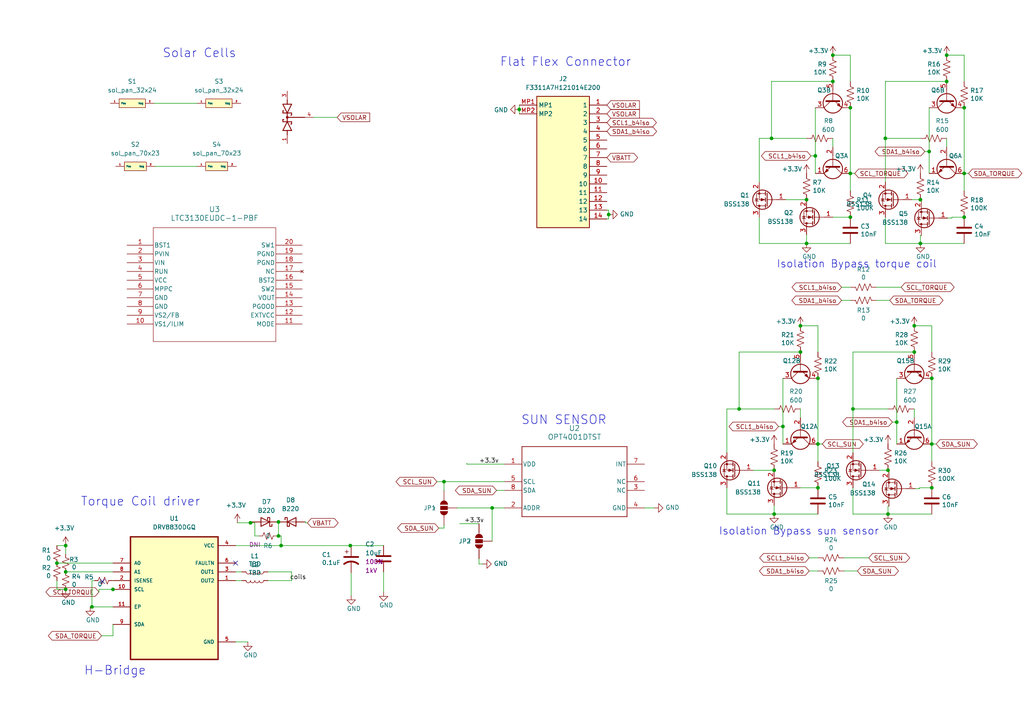
<source format=kicad_sch>
(kicad_sch (version 20230121) (generator eeschema)
  (paper "A4")
  (lib_symbols
    (symbol "BAT120C:BAT120C_115" (pin_names (offset 1.016))
      (property "Reference" "D" (at -5.08 5.08 0))
      (property "Value" "BAT120C_115" (at -5.08 2.54 0))
      (symbol "BAT120C_115_0_0"
        (pin passive line (at -7.62 0 0) (length 2.54) (name "~") (number "1"))
        (pin passive line (at 7.62 0 180) (length 2.54) (name "~") (number "3"))
        (pin passive line (at 0 -7.62 90) (length 2.54) (name "~") (number "4"))
      )
    )
    (symbol "DRV8830DGQ:DRV8830DGQ" (pin_names (offset 1.016))
      (property "Reference" "U" (at -12.7 18.78 0))
      (property "Value" "DRV8830DGQ" (at -12.7 -21.78 0))
      (symbol "DRV8830DGQ_0_0"
        (pin output line (at 17.78 5.08 180) (length 5.08) (name "OUT2") (number "1"))
        (pin input line (at -17.78 2.54 0) (length 5.08) (name "SCL") (number "10"))
        (pin bidirectional line (at -17.78 -2.54 0) (length 5.08) (name "EP") (number "11"))
        (pin input line (at -17.78 5.08 0) (length 5.08) (name "ISENSE") (number "2"))
        (pin output line (at 17.78 7.62 180) (length 5.08) (name "OUT1") (number "3"))
        (pin power_in line (at 17.78 15.24 180) (length 5.08) (name "VCC") (number "4"))
        (pin power_in line (at 17.78 -12.7 180) (length 5.08) (name "GND") (number "5"))
        (pin output line (at 17.78 10.16 180) (length 5.08) (name "FAULTN") (number "6"))
        (pin input line (at -17.78 10.16 0) (length 5.08) (name "A0") (number "7"))
        (pin input line (at -17.78 7.62 0) (length 5.08) (name "A1") (number "8"))
        (pin bidirectional line (at -17.78 -7.62 0) (length 5.08) (name "SDA") (number "9"))
      )
    )
    (symbol "Device:C" (pin_numbers hide) (pin_names (offset 0.254))
      (property "Reference" "C" (at 0.635 2.54 0))
      (property "Value" "C" (at 0.635 -2.54 0))
      (symbol "C_1_1"
        (pin passive line (at 0 3.81 270) (length 2.794) (name "~") (number "1"))
        (pin passive line (at 0 -3.81 90) (length 2.794) (name "~") (number "2"))
      )
    )
    (symbol "Device:L" (pin_numbers hide) (pin_names (offset 1.016) hide)
      (property "Reference" "L" (at -1.27 0 90))
      (property "Value" "L" (at 1.905 0 90))
      (symbol "L_1_1"
        (pin passive line (at 0 3.81 270) (length 1.27) (name "1") (number "1"))
        (pin passive line (at 0 -3.81 90) (length 1.27) (name "2") (number "2"))
      )
    )
    (symbol "Device:R_Small_US" (pin_numbers hide) (pin_names (offset 0.254) hide)
      (property "Reference" "R" (at 0.762 0.508 0))
      (property "Value" "R_Small_US" (at 0.762 -1.016 0))
      (symbol "R_Small_US_1_1"
        (pin passive line (at 0 2.54 270) (length 1.016) (name "~") (number "1"))
        (pin passive line (at 0 -2.54 90) (length 1.016) (name "~") (number "2"))
      )
    )
    (symbol "Device:R_US" (pin_numbers hide) (pin_names (offset 0))
      (property "Reference" "R" (at 2.54 0 90))
      (property "Value" "R_US" (at -2.54 0 90))
      (symbol "R_US_1_1"
        (pin passive line (at 0 3.81 270) (length 1.27) (name "~") (number "1"))
        (pin passive line (at 0 -3.81 90) (length 1.27) (name "~") (number "2"))
      )
    )
    (symbol "Diode:B220" (pin_numbers hide) (pin_names (offset 1.016) hide)
      (property "Reference" "D" (at 0 2.54 0))
      (property "Value" "B220" (at 0 -2.54 0))
      (symbol "B220_1_1"
        (pin passive line (at -3.81 0 0) (length 2.54) (name "K") (number "1"))
        (pin passive line (at 3.81 0 180) (length 2.54) (name "A") (number "2"))
      )
    )
    (symbol "F3311A7H121008E200:F3311A7H121014E200"
      (property "Reference" "J" (at 21.59 7.62 0))
      (property "Value" "F3311A7H121014E200" (at 21.59 5.08 0))
      (symbol "F3311A7H121014E200_1_1"
        (pin passive line (at 25.4 0 180) (length 5.08) (name "1") (number "1"))
        (pin passive line (at 25.4 -22.86 180) (length 5.08) (name "10") (number "10"))
        (pin passive line (at 25.4 -25.4 180) (length 5.08) (name "11") (number "11"))
        (pin passive line (at 25.4 -27.94 180) (length 5.08) (name "12") (number "12"))
        (pin passive line (at 25.4 -30.48 180) (length 5.08) (name "13") (number "13"))
        (pin passive line (at 25.4 -33.02 180) (length 5.08) (name "14") (number "14"))
        (pin passive line (at 25.4 -2.54 180) (length 5.08) (name "2") (number "2"))
        (pin passive line (at 25.4 -5.08 180) (length 5.08) (name "3") (number "3"))
        (pin passive line (at 25.4 -7.62 180) (length 5.08) (name "4") (number "4"))
        (pin passive line (at 25.4 -10.16 180) (length 5.08) (name "5") (number "5"))
        (pin passive line (at 25.4 -12.7 180) (length 5.08) (name "6") (number "6"))
        (pin passive line (at 25.4 -15.24 180) (length 5.08) (name "7") (number "7"))
        (pin passive line (at 25.4 -17.78 180) (length 5.08) (name "8") (number "8"))
        (pin passive line (at 25.4 -20.32 180) (length 5.08) (name "9") (number "9"))
        (pin passive line (at 0 0 0) (length 5.08) (name "MP1") (number "MP1"))
        (pin passive line (at 0 -2.54 0) (length 5.08) (name "MP2") (number "MP2"))
      )
    )
    (symbol "LTC3130:LTC3130EUDC-1-PBF" (pin_names (offset 0.254))
      (property "Reference" "U" (at 25.4 10.16 0))
      (property "Value" "LTC3130EUDC-1-PBF" (at 25.4 7.62 0))
      (symbol "LTC3130EUDC-1-PBF_0_1"
        (pin unspecified line (at 0 0 0) (length 7.62) (name "BST1") (number "1"))
        (pin bidirectional line (at 0 -22.86 0) (length 7.62) (name "VS1/ILIM") (number "10"))
        (pin unspecified line (at 50.8 -22.86 180) (length 7.62) (name "MODE") (number "11"))
        (pin input line (at 50.8 -20.32 180) (length 7.62) (name "EXTVCC") (number "12"))
        (pin output line (at 50.8 -17.78 180) (length 7.62) (name "PGOOD") (number "13"))
        (pin output line (at 50.8 -15.24 180) (length 7.62) (name "VOUT") (number "14"))
        (pin unspecified line (at 50.8 -12.7 180) (length 7.62) (name "SW2") (number "15"))
        (pin unspecified line (at 50.8 -10.16 180) (length 7.62) (name "BST2") (number "16"))
        (pin no_connect line (at 50.8 -7.62 180) (length 7.62) (name "NC") (number "17"))
        (pin power_out line (at 50.8 -5.08 180) (length 7.62) (name "PGND") (number "18"))
        (pin power_out line (at 50.8 -2.54 180) (length 7.62) (name "PGND") (number "19"))
        (pin input line (at 0 -2.54 0) (length 7.62) (name "PVIN") (number "2"))
        (pin unspecified line (at 50.8 0 180) (length 7.62) (name "SW1") (number "20"))
        (pin input line (at 0 -5.08 0) (length 7.62) (name "VIN") (number "3"))
        (pin input line (at 0 -7.62 0) (length 7.62) (name "RUN") (number "4"))
        (pin power_in line (at 0 -10.16 0) (length 7.62) (name "VCC") (number "5"))
        (pin unspecified line (at 0 -12.7 0) (length 7.62) (name "MPPC") (number "6"))
        (pin power_out line (at 0 -15.24 0) (length 7.62) (name "GND") (number "7"))
        (pin power_out line (at 0 -17.78 0) (length 7.62) (name "GND") (number "8"))
        (pin bidirectional line (at 0 -20.32 0) (length 7.62) (name "VS2/FB") (number "9"))
      )
    )
    (symbol "OPT4001DTST:OPT4001DTST" (pin_names (offset 0.254))
      (property "Reference" "U" (at 0 2.54 0))
      (property "Value" "OPT4001DTST" (at 0 0 0))
      (symbol "OPT4001DTST_0_1"
        (pin power_in line (at 0 0 0) (length 5.08) (name "VDD") (number "1"))
        (pin input line (at 0 -12.7 0) (length 5.08) (name "ADDR") (number "2"))
        (pin unspecified line (at 40.64 -7.62 180) (length 5.08) (name "NC") (number "3"))
        (pin power_in line (at 40.64 -12.7 180) (length 5.08) (name "GND") (number "4"))
        (pin input line (at 0 -5.08 0) (length 5.08) (name "SCL") (number "5"))
        (pin unspecified line (at 40.64 -5.08 180) (length 5.08) (name "NC") (number "6"))
        (pin open_collector line (at 40.64 0 180) (length 5.08) (name "INT") (number "7"))
        (pin bidirectional line (at 0 -7.62 0) (length 5.08) (name "SDA") (number "8"))
      )
    )
    (symbol "SparkFun-Capacitor:C_Polarized" (pin_numbers hide) (pin_names (offset 0.254) hide)
      (property "Reference" "C" (at 0.635 2.54 0))
      (property "Value" "C_Polarized" (at 0.635 -2.54 0))
      (property "Tolerance" "100%" (at 0 -10.16 0))
      (property "Voltage" "1kV" (at 0 -7.62 0))
      (symbol "C_Polarized_1_1"
        (pin passive line (at 0 3.81 270) (length 2.794) (name "~") (number "1"))
        (pin passive line (at 0 -3.81 90) (length 3.302) (name "~") (number "2"))
      )
    )
    (symbol "SparkFun-Jumper:SolderJumper_3_Open_No_Silk" (pin_numbers hide) (pin_names (offset 0) hide)
      (property "Reference" "JP" (at -2.54 -2.54 0))
      (property "Value" "~" (at 0 2.794 0))
      (symbol "SolderJumper_3_Open_No_Silk_1_1"
        (pin passive line (at -5.08 0 0) (length 2.54) (name "A") (number "1"))
        (pin passive line (at 0 -3.81 90) (length 2.54) (name "C") (number "2"))
        (pin passive line (at 5.08 0 180) (length 2.54) (name "B") (number "3"))
      )
    )
    (symbol "Transistor_BJT:MBT2222ADW1T1" (pin_names (offset 0) hide)
      (property "Reference" "Q" (at 5.08 1.27 0))
      (property "Value" "MBT2222ADW1T1" (at 5.08 -1.27 0))
      (symbol "MBT2222ADW1T1_1_1"
        (pin passive line (at 2.54 -5.08 90) (length 2.54) (name "E1") (number "1"))
        (pin input line (at -5.08 0 0) (length 2.54) (name "B1") (number "2"))
        (pin passive line (at 2.54 5.08 270) (length 2.54) (name "C1") (number "6"))
      )
      (symbol "MBT2222ADW1T1_2_1"
        (pin passive line (at 2.54 5.08 270) (length 2.54) (name "C2") (number "3"))
        (pin passive line (at 2.54 -5.08 90) (length 2.54) (name "E2") (number "4"))
        (pin input line (at -5.08 0 0) (length 2.54) (name "B2") (number "5"))
      )
    )
    (symbol "Transistor_FET:BSS138" (pin_names hide)
      (property "Reference" "Q" (at 5.08 1.905 0))
      (property "Value" "BSS138" (at 5.08 0 0))
      (symbol "BSS138_1_1"
        (pin input line (at -5.08 0 0) (length 2.54) (name "G") (number "1"))
        (pin passive line (at 2.54 -5.08 90) (length 2.54) (name "S") (number "2"))
        (pin passive line (at 2.54 5.08 270) (length 2.54) (name "D") (number "3"))
      )
    )
    (symbol "power:+3.3V" (power) (pin_names (offset 0))
      (property "Value" "+3.3V" (at 0 3.556 0))
      (symbol "+3.3V_1_1"
        (pin power_in line (at 0 0 90) (length 0) hide (name "+3.3V") (number "1"))
      )
    )
    (symbol "power:GND" (power) (pin_names (offset 0))
      (property "Value" "GND" (at 0 -3.81 0))
      (symbol "GND_1_1"
        (pin power_in line (at 0 0 270) (length 0) hide (name "GND") (number "1"))
      )
    )
    (symbol "solar_symbol_lib:sol_pan_32x24"
      (property "Reference" "S?" (at 1.27 -1.27 0))
      (property "Value" "sol_pan_32x24" (at 1.27 1.27 0))
      (symbol "sol_pan_32x24_1_1"
        (pin output line (at -5.08 -3.81 0) (length 2.54) (name "Pos") (number "1"))
        (pin output line (at 7.62 -3.81 180) (length 2.54) (name "Neg") (number "2"))
      )
    )
    (symbol "solar_symbol_lib:sol_pan_70x23"
      (property "Reference" "S?" (at 0 2.54 0))
      (property "Value" "sol_pan_70x23" (at 0 7.62 0))
      (symbol "sol_pan_70x23_1_1"
        (pin output line (at -5.08 0 0) (length 2.54) (name "Pos") (number "1"))
        (pin output line (at 6.35 0 180) (length 2.54) (name "Neg") (number "2"))
      )
    )
  )
  (junction (at 279.654 62.992))
  (junction (at 237.236 141.478))
  (junction (at 270.256 128.778))
  (junction (at 236.474 45.212))
  (junction (at 260.096 122.428))
  (junction (at 232.156 102.108))
  (junction (at 80.772 155.448))
  (junction (at 266.954 70.612))
  (junction (at 224.536 149.098))
  (junction (at 257.556 136.398))
  (junction (at 265.176 102.108))
  (junction (at 214.376 118.618))
  (junction (at 223.774 40.132))
  (junction (at 237.236 109.728))
  (junction (at 224.536 136.398))
  (junction (at 241.554 23.622))
  (junction (at 72.644 151.638))
  (junction (at 101.6 158.242))
  (junction (at 16.51 163.322))
  (junction (at 128.778 139.7))
  (junction (at 265.176 94.488))
  (junction (at 233.934 57.912))
  (junction (at 266.954 57.912))
  (junction (at 256.794 40.132))
  (junction (at 32.766 170.942))
  (junction (at 279.654 31.242))
  (junction (at 247.396 118.618))
  (junction (at 19.05 170.942))
  (junction (at 81.534 158.242))
  (junction (at 19.05 165.862))
  (junction (at 270.256 109.728))
  (junction (at 269.494 43.942))
  (junction (at 246.634 31.242))
  (junction (at 279.654 50.292))
  (junction (at 233.934 70.612))
  (junction (at 237.236 128.778))
  (junction (at 26.67 176.022))
  (junction (at 232.156 94.488))
  (junction (at 80.772 151.384))
  (junction (at 176.53 62.23))
  (junction (at 257.556 149.098))
  (junction (at 142.748 147.32))
  (junction (at 241.554 16.002))
  (junction (at 246.634 62.992))
  (junction (at 274.574 16.002))
  (junction (at 19.05 158.242))
  (junction (at 246.634 50.292))
  (junction (at 150.622 31.75))
  (junction (at 227.076 123.698))
  (junction (at 274.574 23.622))
  (junction (at 270.256 141.478))
  (no_connect (at 29.718 168.656))
  (no_connect (at 68.326 163.322))
  (wire (pts (xy 270.256 94.488) (xy 265.176 94.488)))
  (wire (pts (xy 227.076 123.698) (xy 227.076 128.778)))
  (wire (pts (xy 88.646 151.638) (xy 89.154 151.638)))
  (wire (pts (xy 26.67 168.402) (xy 26.67 176.022)))
  (wire (pts (xy 176.53 60.96) (xy 176.53 62.23)))
  (wire (pts (xy 80.772 155.448) (xy 81.534 155.448)))
  (wire (pts (xy 135.382 134.366) (xy 135.382 134.62)))
  (wire (pts (xy 236.474 31.242) (xy 236.474 45.212)))
  (wire (pts (xy 220.218 70.612) (xy 233.934 70.612)))
  (wire (pts (xy 214.376 102.108) (xy 232.156 102.108)))
  (wire (pts (xy 279.654 55.372) (xy 279.654 50.292)))
  (wire (pts (xy 101.6 158.496) (xy 101.6 158.242)))
  (wire (pts (xy 210.82 131.318) (xy 210.82 118.618)))
  (wire (pts (xy 90.932 34.036) (xy 97.79 34.036)))
  (wire (pts (xy 237.236 161.798) (xy 234.696 161.798)))
  (wire (pts (xy 271.526 128.778) (xy 270.256 128.778)))
  (wire (pts (xy 257.556 146.812) (xy 257.556 149.098)))
  (wire (pts (xy 261.366 83.312) (xy 254.254 83.312)))
  (wire (pts (xy 235.204 45.212) (xy 236.474 45.212)))
  (wire (pts (xy 220.218 40.132) (xy 223.774 40.132)))
  (wire (pts (xy 256.794 70.612) (xy 266.954 70.612)))
  (wire (pts (xy 26.67 168.402) (xy 27.432 168.402)))
  (wire (pts (xy 237.236 102.108) (xy 237.236 94.488)))
  (wire (pts (xy 111.252 165.862) (xy 111.252 171.704)))
  (wire (pts (xy 68.834 151.638) (xy 72.644 151.638)))
  (wire (pts (xy 276.098 62.992) (xy 279.654 62.992)))
  (wire (pts (xy 248.666 165.608) (xy 244.856 165.608)))
  (wire (pts (xy 32.766 170.942) (xy 28.702 170.942)))
  (wire (pts (xy 210.82 118.618) (xy 214.376 118.618)))
  (wire (pts (xy 280.924 50.292) (xy 279.654 50.292)))
  (wire (pts (xy 270.256 102.108) (xy 270.256 94.488)))
  (wire (pts (xy 133.35 151.892) (xy 138.938 151.892)))
  (wire (pts (xy 227.076 109.728) (xy 227.076 123.698)))
  (wire (pts (xy 279.654 31.242) (xy 279.654 50.292)))
  (wire (pts (xy 266.954 68.326) (xy 266.954 70.612)))
  (wire (pts (xy 214.376 102.108) (xy 214.376 118.618)))
  (wire (pts (xy 224.536 149.098) (xy 237.236 149.098)))
  (wire (pts (xy 16.51 163.322) (xy 32.766 163.322)))
  (wire (pts (xy 266.7 141.732) (xy 266.7 141.478)))
  (wire (pts (xy 266.7 141.478) (xy 270.256 141.478)))
  (wire (pts (xy 32.766 184.404) (xy 32.766 181.102)))
  (wire (pts (xy 26.162 176.022) (xy 26.67 176.022)))
  (wire (pts (xy 256.794 23.622) (xy 274.574 23.622)))
  (wire (pts (xy 28.702 170.942) (xy 28.702 171.704)))
  (wire (pts (xy 138.938 163.576) (xy 138.938 162.052)))
  (wire (pts (xy 233.934 40.132) (xy 223.774 40.132)))
  (wire (pts (xy 142.748 147.32) (xy 146.304 147.32)))
  (wire (pts (xy 267.208 57.912) (xy 266.954 57.912)))
  (wire (pts (xy 176.53 62.23) (xy 176.53 63.5)))
  (wire (pts (xy 270.256 109.728) (xy 270.256 128.778)))
  (wire (pts (xy 237.236 94.488) (xy 232.156 94.488)))
  (wire (pts (xy 80.264 155.448) (xy 80.772 155.448)))
  (wire (pts (xy 75.184 155.448) (xy 73.914 155.448)))
  (wire (pts (xy 246.634 16.002) (xy 241.554 16.002)))
  (wire (pts (xy 81.534 155.448) (xy 81.534 158.242)))
  (wire (pts (xy 176.022 60.96) (xy 176.53 60.96)))
  (wire (pts (xy 142.748 147.32) (xy 142.748 156.972)))
  (wire (pts (xy 150.622 31.75) (xy 150.622 33.02)))
  (wire (pts (xy 220.218 52.832) (xy 220.218 40.132)))
  (wire (pts (xy 73.914 155.448) (xy 73.914 151.638)))
  (wire (pts (xy 84.582 168.402) (xy 77.724 168.402)))
  (wire (pts (xy 258.826 122.428) (xy 260.096 122.428)))
  (wire (pts (xy 260.096 122.428) (xy 260.096 128.778)))
  (wire (pts (xy 128.778 153.162) (xy 127.254 153.162)))
  (wire (pts (xy 68.326 165.862) (xy 70.104 165.862)))
  (wire (pts (xy 84.582 165.862) (xy 84.582 168.402)))
  (wire (pts (xy 247.904 50.292) (xy 246.634 50.292)))
  (wire (pts (xy 251.968 161.798) (xy 244.856 161.798)))
  (wire (pts (xy 88.392 151.384) (xy 88.646 151.384)))
  (wire (pts (xy 257.556 118.618) (xy 247.396 118.618)))
  (wire (pts (xy 126.746 139.7) (xy 128.778 139.7)))
  (wire (pts (xy 44.958 48.26) (xy 57.15 48.26)))
  (wire (pts (xy 72.644 151.384) (xy 72.644 151.638)))
  (wire (pts (xy 19.05 160.782) (xy 19.05 158.242)))
  (wire (pts (xy 247.396 118.618) (xy 247.396 102.108)))
  (wire (pts (xy 128.778 142.24) (xy 128.778 139.7)))
  (wire (pts (xy 265.43 141.732) (xy 266.7 141.732)))
  (wire (pts (xy 210.82 149.098) (xy 224.536 149.098)))
  (wire (pts (xy 128.778 139.7) (xy 146.304 139.7)))
  (wire (pts (xy 210.82 141.478) (xy 210.82 149.098)))
  (wire (pts (xy 265.176 121.158) (xy 265.176 118.618)))
  (wire (pts (xy 247.396 149.098) (xy 257.556 149.098)))
  (wire (pts (xy 266.954 57.912) (xy 264.414 57.912)))
  (wire (pts (xy 218.44 136.398) (xy 224.536 136.398)))
  (wire (pts (xy 223.774 23.622) (xy 241.554 23.622)))
  (wire (pts (xy 44.704 29.972) (xy 57.15 29.972)))
  (wire (pts (xy 270.256 133.858) (xy 270.256 128.778)))
  (wire (pts (xy 274.828 63.246) (xy 276.098 63.246)))
  (wire (pts (xy 246.634 83.312) (xy 244.094 83.312)))
  (wire (pts (xy 246.634 87.122) (xy 244.094 87.122)))
  (wire (pts (xy 238.506 128.778) (xy 237.236 128.778)))
  (wire (pts (xy 101.6 158.496) (xy 101.854 158.496)))
  (wire (pts (xy 16.51 168.402) (xy 16.51 170.942)))
  (wire (pts (xy 81.534 158.242) (xy 101.6 158.242)))
  (wire (pts (xy 101.6 158.242) (xy 111.252 158.242)))
  (wire (pts (xy 258.064 87.122) (xy 254.254 87.122)))
  (wire (pts (xy 237.236 109.728) (xy 237.236 128.778)))
  (wire (pts (xy 223.774 23.622) (xy 223.774 40.132)))
  (wire (pts (xy 279.654 70.612) (xy 266.954 70.612)))
  (wire (pts (xy 266.954 40.132) (xy 256.794 40.132)))
  (wire (pts (xy 77.724 165.862) (xy 84.582 165.862)))
  (wire (pts (xy 256.794 52.832) (xy 256.794 40.132)))
  (wire (pts (xy 73.152 151.384) (xy 72.644 151.384)))
  (wire (pts (xy 257.556 136.398) (xy 255.016 136.398)))
  (wire (pts (xy 128.778 152.4) (xy 128.778 153.162)))
  (wire (pts (xy 32.512 168.402) (xy 32.766 168.402)))
  (wire (pts (xy 279.654 16.002) (xy 274.574 16.002)))
  (wire (pts (xy 150.622 30.48) (xy 150.622 31.75)))
  (wire (pts (xy 227.838 57.912) (xy 233.934 57.912)))
  (wire (pts (xy 68.326 168.402) (xy 70.104 168.402)))
  (wire (pts (xy 220.218 62.992) (xy 220.218 70.612)))
  (wire (pts (xy 88.646 151.384) (xy 88.646 151.638)))
  (wire (pts (xy 72.644 151.638) (xy 73.914 151.638)))
  (wire (pts (xy 241.554 62.992) (xy 246.634 62.992)))
  (wire (pts (xy 176.53 63.5) (xy 176.022 63.5)))
  (wire (pts (xy 260.096 109.728) (xy 260.096 122.428)))
  (wire (pts (xy 270.256 149.098) (xy 257.556 149.098)))
  (wire (pts (xy 19.05 165.862) (xy 32.766 165.862)))
  (wire (pts (xy 144.018 142.24) (xy 146.304 142.24)))
  (wire (pts (xy 257.81 146.812) (xy 257.556 146.812)))
  (wire (pts (xy 257.81 136.652) (xy 257.81 136.398)))
  (wire (pts (xy 247.396 102.108) (xy 265.176 102.108)))
  (wire (pts (xy 246.634 55.372) (xy 246.634 50.292)))
  (wire (pts (xy 267.208 68.326) (xy 266.954 68.326)))
  (wire (pts (xy 233.934 70.612) (xy 233.934 68.072)))
  (wire (pts (xy 246.634 31.242) (xy 246.634 50.292)))
  (wire (pts (xy 247.396 141.478) (xy 247.396 149.098)))
  (wire (pts (xy 232.156 141.478) (xy 237.236 141.478)))
  (wire (pts (xy 246.634 23.622) (xy 246.634 16.002)))
  (wire (pts (xy 68.326 186.182) (xy 71.882 186.182)))
  (wire (pts (xy 247.396 131.318) (xy 247.396 118.618)))
  (wire (pts (xy 29.464 184.404) (xy 32.766 184.404)))
  (wire (pts (xy 146.304 134.62) (xy 135.382 134.62)))
  (wire (pts (xy 268.224 43.942) (xy 269.494 43.942)))
  (wire (pts (xy 267.208 58.166) (xy 267.208 57.912)))
  (wire (pts (xy 80.772 151.384) (xy 80.772 155.448)))
  (wire (pts (xy 256.794 62.992) (xy 256.794 70.612)))
  (wire (pts (xy 256.794 40.132) (xy 256.794 23.622)))
  (wire (pts (xy 269.494 43.942) (xy 269.494 50.292)))
  (wire (pts (xy 225.806 123.698) (xy 227.076 123.698)))
  (wire (pts (xy 279.654 23.622) (xy 279.654 16.002)))
  (wire (pts (xy 237.236 165.608) (xy 234.696 165.608)))
  (wire (pts (xy 186.944 147.32) (xy 189.738 147.32)))
  (wire (pts (xy 276.098 63.246) (xy 276.098 62.992)))
  (wire (pts (xy 237.236 133.858) (xy 237.236 128.778)))
  (wire (pts (xy 68.326 158.242) (xy 81.534 158.242)))
  (wire (pts (xy 241.554 42.672) (xy 241.554 40.132)))
  (wire (pts (xy 232.156 121.158) (xy 232.156 118.618)))
  (wire (pts (xy 257.81 136.398) (xy 257.556 136.398)))
  (wire (pts (xy 132.588 147.32) (xy 142.748 147.32)))
  (wire (pts (xy 224.536 118.618) (xy 214.376 118.618)))
  (wire (pts (xy 19.05 158.242) (xy 16.51 158.242)))
  (wire (pts (xy 233.934 70.612) (xy 246.634 70.612)))
  (wire (pts (xy 139.954 163.576) (xy 138.938 163.576)))
  (wire (pts (xy 26.67 176.022) (xy 32.766 176.022)))
  (wire (pts (xy 236.474 45.212) (xy 236.474 50.292)))
  (wire (pts (xy 274.574 42.672) (xy 274.574 40.132)))
  (wire (pts (xy 16.51 170.942) (xy 19.05 170.942)))
  (wire (pts (xy 101.854 166.116) (xy 101.854 172.72)))
  (wire (pts (xy 33.02 170.942) (xy 32.766 170.942)))
  (wire (pts (xy 269.494 31.242) (xy 269.494 43.942)))
  (wire (pts (xy 224.536 149.098) (xy 224.536 146.558)))
  (text "Flat Flex Connector" (at 183.134 19.558 0) (effects (font (size 2.54 2.54)) (justify right bottom)))
  (text "SUN SENSOR\n\n" (at 151.13 127.508 0) (effects (font (size 2.54 2.54)) (justify left bottom)))
  (text "Isolation Bypass torque coil" (at 271.78 77.978 0) (effects (font (size 2.159 2.159)) (justify right bottom)))
  (text "Isolation Bypass sun sensor" (at 255.016 155.448 0) (effects (font (size 2.159 2.159)) (justify right bottom)))
  (text "Solar Cells" (at 68.58 17.018 0) (effects (font (size 2.54 2.54)) (justify right bottom)))
  (text "Torque Coil driver\n" (at 23.368 147.066 0) (effects (font (size 2.54 2.54)) (justify left bottom)))
  (text "H-Bridge" (at 42.418 196.088 0) (effects (font (size 2.54 2.54)) (justify right bottom)))
  (label "+3.3v" (at 134.62 151.892 0))
  (label "coils" (at 84.074 168.402 0))
  (label "+3.3v" (at 138.938 134.62 0))
  (global_label "SCL_TORQUE" (shape bidirectional) (at 28.702 171.704 180) (property "Intersheetrefs" "${INTERSHEET_REFS}" (effects hide)))
  (global_label "SCL_TORQUE" (shape bidirectional) (at 247.904 50.292 0) (property "Intersheetrefs" "${INTERSHEET_REFS}" (effects hide)))
  (global_label "SCL_TORQUE" (shape bidirectional) (at 261.366 83.312 0) (property "Intersheetrefs" "${INTERSHEET_REFS}" (effects hide)))
  (global_label "SCL1_b4iso" (shape bidirectional) (at 225.806 123.698 180) (property "Intersheetrefs" "${INTERSHEET_REFS}" (effects hide)))
  (global_label "SDA_TORQUE" (shape bidirectional) (at 29.464 184.404 180) (property "Intersheetrefs" "${INTERSHEET_REFS}" (effects hide)))
  (global_label "SDA_SUN" (shape bidirectional) (at 144.018 142.24 180) (property "Intersheetrefs" "${INTERSHEET_REFS}" (effects hide)))
  (global_label "SDA_SUN" (shape bidirectional) (at 248.666 165.608 0) (property "Intersheetrefs" "${INTERSHEET_REFS}" (effects hide)))
  (global_label "SDA1_b4iso" (shape bidirectional) (at 176.022 38.1 0) (property "Intersheetrefs" "${INTERSHEET_REFS}" (effects hide)))
  (global_label "SDA_TORQUE" (shape bidirectional) (at 258.064 87.122 0) (property "Intersheetrefs" "${INTERSHEET_REFS}" (effects hide)))
  (global_label "SDA_TORQUE" (shape bidirectional) (at 280.924 50.292 0) (property "Intersheetrefs" "${INTERSHEET_REFS}" (effects hide)))
  (global_label "VSOLAR" (shape input) (at 176.022 33.02 0) (property "Intersheetrefs" "${INTERSHEET_REFS}" (effects hide)))
  (global_label "SCL_SUN" (shape bidirectional) (at 238.506 128.778 0) (property "Intersheetrefs" "${INTERSHEET_REFS}" (effects hide)))
  (global_label "VSOLAR" (shape input) (at 97.79 34.036 0) (property "Intersheetrefs" "${INTERSHEET_REFS}" (effects hide)))
  (global_label "VBATT" (shape bidirectional) (at 89.154 151.638 0) (property "Intersheetrefs" "${INTERSHEET_REFS}" (effects hide)))
  (global_label "SDA1_b4iso" (shape bidirectional) (at 234.696 165.608 180) (property "Intersheetrefs" "${INTERSHEET_REFS}" (effects hide)))
  (global_label "SDA1_b4iso" (shape bidirectional) (at 268.224 43.942 180) (property "Intersheetrefs" "${INTERSHEET_REFS}" (effects hide)))
  (global_label "SCL_SUN" (shape bidirectional) (at 126.746 139.7 180) (property "Intersheetrefs" "${INTERSHEET_REFS}" (effects hide)))
  (global_label "SCL1_b4iso" (shape bidirectional) (at 234.696 161.798 180) (property "Intersheetrefs" "${INTERSHEET_REFS}" (effects hide)))
  (global_label "SDA_SUN" (shape bidirectional) (at 127.254 153.162 180) (property "Intersheetrefs" "${INTERSHEET_REFS}" (effects hide)))
  (global_label "SCL1_b4iso" (shape bidirectional) (at 244.094 83.312 180) (property "Intersheetrefs" "${INTERSHEET_REFS}" (effects hide)))
  (global_label "SDA1_b4iso" (shape bidirectional) (at 244.094 87.122 180) (property "Intersheetrefs" "${INTERSHEET_REFS}" (effects hide)))
  (global_label "SCL_SUN" (shape bidirectional) (at 251.968 161.798 0) (property "Intersheetrefs" "${INTERSHEET_REFS}" (effects hide)))
  (global_label "VBATT" (shape bidirectional) (at 176.022 45.72 0) (property "Intersheetrefs" "${INTERSHEET_REFS}" (effects hide)))
  (global_label "VSOLAR" (shape input) (at 176.022 30.48 0) (property "Intersheetrefs" "${INTERSHEET_REFS}" (effects hide)))
  (global_label "SDA1_b4iso" (shape bidirectional) (at 258.826 122.428 180) (property "Intersheetrefs" "${INTERSHEET_REFS}" (effects hide)))
  (global_label "SCL1_b4iso" (shape bidirectional) (at 176.022 35.56 0) (property "Intersheetrefs" "${INTERSHEET_REFS}" (effects hide)))
  (global_label "SCL1_b4iso" (shape bidirectional) (at 235.204 45.212 180) (property "Intersheetrefs" "${INTERSHEET_REFS}" (effects hide)))
  (global_label "SDA_SUN" (shape bidirectional) (at 271.526 128.778 0) (property "Intersheetrefs" "${INTERSHEET_REFS}" (effects hide)))
  (symbol (lib_id "power:+3.3V") (at 257.556 128.778 0) (mirror y) (unit 1)
    (property "Reference" "#PWR023" (effects hide))
    (property "Value" "+3.3V" (at 256.286 127.508 0) (effects (justify left)))
  )
  (symbol (lib_id "power:GND") (at 266.954 70.612 0) (mirror y) (unit 1)
    (property "Reference" "#PWR016" (effects hide))
    (property "Value" "GND" (at 265.684 74.422 0) (effects (justify right)))
  )
  (symbol (lib_id "Transistor_FET:BSS138") (at 249.936 136.398 180) (unit 1)
    (property "Reference" "Q13" (at 243.586 135.128 0) (effects (justify left)))
    (property "Value" "BSS138" (at 243.586 137.668 0) (effects (justify left)))
    (property "Footprint" "Package_TO_SOT_SMD:SOT-23" (effects hide))
    (property "Datasheet" "https://www.onsemi.com/pub/Collateral/BSS138-D.PDF" (effects hide))
  )
  (symbol (lib_id "Device:C") (at 237.236 145.288 0) (unit 1)
    (property "Reference" "C5" (at 240.157 144.145 0) (effects (justify left)))
    (property "Value" "10nF" (at 240.157 146.431 0) (effects (justify left)))
    (property "Footprint" "Capacitor_SMD:C_0603_1608Metric" (effects hide))
  )
  (symbol (lib_id "power:+3.3V") (at 232.156 94.488 0) (mirror y) (unit 1)
    (property "Reference" "#PWR011" (effects hide))
    (property "Value" "+3.3V" (at 230.886 93.218 0) (effects (justify left)))
  )
  (symbol (lib_id "power:GND") (at 111.252 171.704 0) (mirror y) (unit 1)
    (property "Reference" "#PWR07" (effects hide))
    (property "Value" "GND" (at 109.982 175.514 0) (effects (justify right)))
  )
  (symbol (lib_id "SparkFun-Jumper:SolderJumper_3_Open_No_Silk") (at 138.938 156.972 90) (unit 1)
    (property "Reference" "JP2" (at 136.652 156.972 90) (effects (justify left)))
    (property "Value" "~" (at 136.144 156.972 0))
    (property "Footprint" "SparkFun-Jumper:SMT-JUMPER_3_NO_NO-SILK" (effects hide))
  )
  (symbol (lib_id "Device:R_Small_US") (at 29.972 168.402 270) (unit 1)
    (property "Reference" "R5" (at 27.178 167.386 90) (effects (justify right)))
    (property "Value" "0" (at 29.718 169.418 90) (effects (justify right)))
    (property "Footprint" "Resistor_SMD:R_0402_1005Metric" (effects hide))
  )
  (symbol (lib_id "solar_symbol_lib:sol_pan_70x23") (at 62.23 48.26 0) (unit 1)
    (property "Reference" "S4" (at 62.865 41.91 0))
    (property "Value" "sol_pan_70x23" (at 62.865 44.45 0))
    (property "Footprint" "custom_solar_panel_footprint:sol_pan_SM141K10TFS_70x23" (effects hide))
  )
  (symbol (lib_id "Transistor_BJT:MBT2222ADW1T1") (at 241.554 47.752 270) (unit 1)
    (property "Reference" "Q3" (at 244.094 45.212 90))
    (property "Value" "MBT2222ADW1T1" (effects hide))
    (property "Footprint" "Package_TO_SOT_SMD:SOT-363_SC-70-6" (effects hide))
    (property "Datasheet" "http://www.onsemi.com/pub_link/Collateral/MBT2222ADW1T1-D.PDF" (effects hide))
  )
  (symbol (lib_id "F3311A7H121008E200:F3311A7H121014E200") (at 150.622 30.48 0) (unit 1)
    (property "Reference" "J2" (at 163.322 22.86 0))
    (property "Value" "F3311A7H121014E200" (at 163.322 25.4 0))
    (property "Footprint" "F3311A7H121014E200" (effects hide))
    (property "Datasheet" "https://cdn.amphenol-cs.com/media/wysiwyg/files/documentation/datasheet/flex/ffc_fpc_050mm_f331.pdf" (effects hide))
    (property "Height" "1.12" (effects hide))
    (property "Manufacturer_Name" "Amphenol Communications Solutions" (effects hide))
    (property "Manufacturer_Part_Number" "F3311A7H121014E200" (effects hide))
  )
  (symbol (lib_id "solar_symbol_lib:sol_pan_32x24") (at 37.084 26.162 0) (unit 1)
    (property "Reference" "S1" (at 38.354 23.622 0))
    (property "Value" "sol_pan_32x24" (at 38.354 26.162 0))
    (property "Footprint" "custom_solar_panel_footprint:solar_panel_SM500K12TF_32x24" (effects hide))
  )
  (symbol (lib_id "Device:R_US") (at 228.346 118.618 90) (unit 1)
    (property "Reference" "R20" (at 230.886 113.538 90))
    (property "Value" "600" (at 230.886 116.078 90))
    (property "Footprint" "Resistor_SMD:R_0603_1608Metric" (effects hide))
  )
  (symbol (lib_id "Device:R_US") (at 261.366 118.618 270) (unit 1)
    (property "Reference" "R27" (at 263.906 113.538 90))
    (property "Value" "600" (at 263.906 116.078 90))
    (property "Footprint" "Resistor_SMD:R_0603_1608Metric" (effects hide))
  )
  (symbol (lib_id "OPT4001DTST:OPT4001DTST") (at 146.304 134.62 0) (unit 1)
    (property "Reference" "U2" (at 166.624 124.206 0) (effects (font (size 1.524 1.524))))
    (property "Value" "OPT4001DTST" (at 166.624 126.746 0) (effects (font (size 1.524 1.524))))
    (property "Footprint" "DTS0008A-MFG" (effects hide))
    (property "Datasheet" "OPT4001DTST" (effects hide))
  )
  (symbol (lib_id "Device:R_US") (at 265.176 98.298 0) (unit 1)
    (property "Reference" "R28" (at 263.4488 97.1296 0) (effects (justify right)))
    (property "Value" "10K" (at 263.4488 99.441 0) (effects (justify right)))
    (property "Footprint" "Resistor_SMD:R_0603_1608Metric" (effects hide))
  )
  (symbol (lib_id "Transistor_BJT:MBT2222ADW1T1") (at 241.554 28.702 90) (mirror x) (unit 2)
    (property "Reference" "Q3" (at 239.014 26.162 90))
    (property "Value" "MBT2222ADW1T1" (effects hide))
    (property "Footprint" "Package_TO_SOT_SMD:SOT-363_SC-70-6" (effects hide))
    (property "Datasheet" "http://www.onsemi.com/pub_link/Collateral/MBT2222ADW1T1-D.PDF" (effects hide))
  )
  (symbol (lib_id "Transistor_BJT:MBT2222ADW1T1") (at 265.176 107.188 90) (mirror x) (unit 2)
    (property "Reference" "Q15" (at 262.636 104.648 90))
    (property "Value" "MBT2222ADW1T1" (effects hide))
    (property "Footprint" "Package_TO_SOT_SMD:SOT-363_SC-70-6" (effects hide))
    (property "Datasheet" "http://www.onsemi.com/pub_link/Collateral/MBT2222ADW1T1-D.PDF" (effects hide))
  )
  (symbol (lib_id "Device:R_Small_US") (at 77.724 155.448 90) (unit 1)
    (property "Reference" "R6" (at 77.724 158.3182 90))
    (property "Value" "0" (at 77.724 155.448 90))
    (property "Footprint" "Resistor_SMD:R_0603_1608Metric" (effects hide))
    (property "DNI" "DNI" (at 73.914 157.988 90))
  )
  (symbol (lib_id "power:GND") (at 233.934 70.612 0) (mirror y) (unit 1)
    (property "Reference" "#PWR013" (effects hide))
    (property "Value" "GND" (at 232.664 74.422 0) (effects (justify right)))
  )
  (symbol (lib_id "BAT120C:BAT120C_115") (at 83.312 34.036 90) (unit 1)
    (property "Reference" "D1" (effects hide))
    (property "Value" "BAT120C_115" (effects hide))
    (property "Footprint" "BAT120C_115:SOT230P700X180-4N" (effects hide))
    (property "DigiKey_Part_Number" "1727-5450-2-ND" (effects hide))
    (property "MF" "Nexperia USA Inc." (effects hide))
    (property "Purchase-URL" "https://www.snapeda.com/api/url_track_click_mouser/?unipart_id=7386550&manufacturer=Nexperia USA Inc.&part_name=BAT120C,115&search_term=bat120c" (effects hide))
    (property "Package" "None" (effects hide))
    (property "Check_prices" "https://www.snapeda.com/parts/BAT120C,115/Nexperia/view-part/?ref=eda" (effects hide))
    (property "STANDARD" "IPC 7351B" (effects hide))
    (property "SnapEDA_Link" "https://www.snapeda.com/parts/BAT120C,115/Nexperia/view-part/?ref=snap" (effects hide))
    (property "MP" "BAT120C,115" (effects hide))
    (property "Description" "\nDiode Array 1 Pair Common Cathode Schottky 25 V 1A (DC) Surface Mount TO-261-4, TO-261AA\n" (effects hide))
    (property "MANUFACTURER" "NXP" (effects hide))
  )
  (symbol (lib_id "Transistor_FET:BSS138") (at 236.474 62.992 180) (unit 1)
    (property "Reference" "Q2" (at 230.124 61.722 0) (effects (justify left)))
    (property "Value" "BSS138" (at 230.124 64.262 0) (effects (justify left)))
    (property "Footprint" "Package_TO_SOT_SMD:SOT-23" (effects hide))
    (property "Datasheet" "https://www.onsemi.com/pub/Collateral/BSS138-D.PDF" (effects hide))
  )
  (symbol (lib_id "power:GND") (at 189.738 147.32 90) (unit 1)
    (property "Reference" "#PWR018" (effects hide))
    (property "Value" "GND" (at 192.9892 147.193 90) (effects (justify right)))
  )
  (symbol (lib_id "Device:R_US") (at 274.574 19.812 0) (unit 1)
    (property "Reference" "R16" (at 272.8468 18.6436 0) (effects (justify right)))
    (property "Value" "10K" (at 272.8468 20.955 0) (effects (justify right)))
    (property "Footprint" "Resistor_SMD:R_0603_1608Metric" (effects hide))
  )
  (symbol (lib_id "Diode:B220") (at 84.582 151.384 0) (unit 1)
    (property "Reference" "D8" (at 84.2645 145.034 0))
    (property "Value" "B220" (at 84.2645 147.574 0))
    (property "Footprint" "Diode_SMD:D_SMB" (effects hide))
    (property "Datasheet" "http://www.jameco.com/Jameco/Products/ProdDS/1538777.pdf" (effects hide))
  )
  (symbol (lib_id "Device:R_US") (at 250.444 83.312 90) (mirror x) (unit 1)
    (property "Reference" "R12" (at 250.444 78.105 90))
    (property "Value" "0" (at 250.444 80.4164 90))
    (property "Footprint" "Resistor_SMD:R_0603_1608Metric" (effects hide))
  )
  (symbol (lib_id "power:+3.3V") (at 68.834 151.638 0) (mirror y) (unit 1)
    (property "Reference" "#PWR06" (effects hide))
    (property "Value" "+3.3V" (at 71.374 146.558 0) (effects (justify left)))
  )
  (symbol (lib_id "Transistor_BJT:MBT2222ADW1T1") (at 274.574 47.752 270) (unit 1)
    (property "Reference" "Q6" (at 277.114 45.212 90))
    (property "Value" "MBT2222ADW1T1" (effects hide))
    (property "Footprint" "Package_TO_SOT_SMD:SOT-363_SC-70-6" (effects hide))
    (property "Datasheet" "http://www.onsemi.com/pub_link/Collateral/MBT2222ADW1T1-D.PDF" (effects hide))
  )
  (symbol (lib_id "Device:R_US") (at 237.744 40.132 90) (unit 1)
    (property "Reference" "R8" (at 240.284 35.052 90))
    (property "Value" "600" (at 240.284 37.592 90))
    (property "Footprint" "Resistor_SMD:R_0603_1608Metric" (effects hide))
  )
  (symbol (lib_id "Transistor_BJT:MBT2222ADW1T1") (at 274.574 28.702 90) (mirror x) (unit 2)
    (property "Reference" "Q6" (at 272.034 26.162 90))
    (property "Value" "MBT2222ADW1T1" (effects hide))
    (property "Footprint" "Package_TO_SOT_SMD:SOT-363_SC-70-6" (effects hide))
    (property "Datasheet" "http://www.onsemi.com/pub_link/Collateral/MBT2222ADW1T1-D.PDF" (effects hide))
  )
  (symbol (lib_id "Device:C") (at 111.252 162.052 0) (unit 1)
    (property "Reference" "C1" (at 93.345 160.8836 0) (effects (justify left)))
    (property "Value" "0.1uF" (at 93.345 163.195 0) (effects (justify left)))
    (property "Footprint" "Capacitor_SMD:C_0402_1005Metric" (effects hide))
  )
  (symbol (lib_id "Device:R_US") (at 237.236 137.668 180) (unit 1)
    (property "Reference" "R23" (at 238.9632 136.4996 0) (effects (justify right)))
    (property "Value" "100K" (at 238.9632 138.811 0) (effects (justify right)))
    (property "Footprint" "Resistor_SMD:R_0603_1608Metric" (effects hide))
  )
  (symbol (lib_id "Device:R_US") (at 241.046 165.608 90) (mirror x) (unit 1)
    (property "Reference" "R25" (at 241.046 168.4782 90))
    (property "Value" "0" (at 241.046 170.7896 90))
    (property "Footprint" "Resistor_SMD:R_0603_1608Metric" (effects hide))
  )
  (symbol (lib_id "SparkFun-Capacitor:C_Polarized") (at 101.854 162.306 0) (unit 1)
    (property "Reference" "C2" (at 105.918 157.861 0) (effects (justify left)))
    (property "Value" "10uF" (at 105.918 160.401 0) (effects (justify left)))
    (property "Footprint" "Capacitor_SMD:C_0805_2012Metric" (effects hide))
    (property "Datasheet" "[link text](https://cdn.sparkfun.com/assets/8/a/4/a/5/Kemet_Capacitor_Datasheet.pdf)" (effects hide))
    (property "PROD_ID" "CAP-00000" (effects hide))
    (property "Tolerance" "100%" (at 105.918 162.941 0) (effects (justify left)))
    (property "Voltage" "1kV" (at 105.918 165.481 0) (effects (justify left)))
  )
  (symbol (lib_id "Device:R_Small_US") (at 16.51 160.782 180) (unit 1)
    (property "Reference" "R1" (at 14.8082 159.6136 0) (effects (justify left)))
    (property "Value" "0" (at 14.8082 161.925 0) (effects (justify left)))
    (property "Footprint" "Resistor_SMD:R_0402_1005Metric" (effects hide))
  )
  (symbol (lib_id "Device:R_Small_US") (at 19.05 163.322 180) (unit 1)
    (property "Reference" "R3" (at 20.066 162.306 0) (effects (justify right)))
    (property "Value" "0" (at 20.7772 164.465 0) (effects (justify right)))
    (property "Footprint" "Resistor_SMD:R_0402_1005Metric" (effects hide))
  )
  (symbol (lib_id "Device:R_US") (at 241.046 161.798 90) (mirror x) (unit 1)
    (property "Reference" "R24" (at 241.046 156.591 90))
    (property "Value" "0" (at 241.046 158.9024 90))
    (property "Footprint" "Resistor_SMD:R_0603_1608Metric" (effects hide))
  )
  (symbol (lib_id "Device:R_US") (at 232.156 98.298 0) (unit 1)
    (property "Reference" "R21" (at 230.4288 97.1296 0) (effects (justify right)))
    (property "Value" "10K" (at 230.4288 99.441 0) (effects (justify right)))
    (property "Footprint" "Resistor_SMD:R_0603_1608Metric" (effects hide))
  )
  (symbol (lib_id "Device:C") (at 246.634 66.802 0) (unit 1)
    (property "Reference" "C3" (at 249.555 65.659 0) (effects (justify left)))
    (property "Value" "10nF" (at 249.555 67.945 0) (effects (justify left)))
    (property "Footprint" "Capacitor_SMD:C_0603_1608Metric" (effects hide))
  )
  (symbol (lib_id "power:+3.3V") (at 233.934 50.292 0) (mirror y) (unit 1)
    (property "Reference" "#PWR012" (effects hide))
    (property "Value" "+3.3V" (at 232.664 49.022 0) (effects (justify left)))
  )
  (symbol (lib_id "Device:R_US") (at 270.764 40.132 270) (unit 1)
    (property "Reference" "R15" (at 273.304 35.052 90))
    (property "Value" "600" (at 273.304 37.592 90))
    (property "Footprint" "Resistor_SMD:R_0603_1608Metric" (effects hide))
  )
  (symbol (lib_id "power:GND") (at 257.556 149.098 0) (mirror y) (unit 1)
    (property "Reference" "#PWR024" (effects hide))
    (property "Value" "GND" (at 256.286 152.908 0) (effects (justify right)))
  )
  (symbol (lib_id "Device:R_Small_US") (at 19.05 168.402 180) (unit 1)
    (property "Reference" "R4" (at 20.7772 167.2336 0) (effects (justify right)))
    (property "Value" "0" (at 20.7772 169.545 0) (effects (justify right)))
    (property "Footprint" "Resistor_SMD:R_0402_1005Metric" (effects hide))
  )
  (symbol (lib_id "power:+3.3V") (at 265.176 94.488 0) (mirror y) (unit 1)
    (property "Reference" "#PWR025" (effects hide))
    (property "Value" "+3.3V" (at 263.906 93.218 0) (effects (justify left)))
  )
  (symbol (lib_id "Transistor_FET:BSS138") (at 213.36 136.398 180) (unit 1)
    (property "Reference" "Q10" (at 208.026 135.128 0) (effects (justify left)))
    (property "Value" "BSS138" (at 208.026 137.668 0) (effects (justify left)))
    (property "Footprint" "Package_TO_SOT_SMD:SOT-23" (effects hide))
    (property "Datasheet" "https://www.onsemi.com/pub/Collateral/BSS138-D.PDF" (effects hide))
  )
  (symbol (lib_id "Device:R_US") (at 233.934 54.102 180) (unit 1)
    (property "Reference" "R7" (at 235.6612 52.9336 0) (effects (justify right)))
    (property "Value" "10K" (at 235.6612 55.245 0) (effects (justify right)))
    (property "Footprint" "Resistor_SMD:R_0603_1608Metric" (effects hide))
  )
  (symbol (lib_id "Device:R_US") (at 279.654 59.182 180) (unit 1)
    (property "Reference" "R18" (at 281.3812 58.0136 0) (effects (justify right)))
    (property "Value" "100K" (at 281.3812 60.325 0) (effects (justify right)))
    (property "Footprint" "Resistor_SMD:R_0603_1608Metric" (effects hide))
  )
  (symbol (lib_id "Device:R_US") (at 246.634 27.432 180) (unit 1)
    (property "Reference" "R10" (at 248.3612 26.2636 0) (effects (justify right)))
    (property "Value" "10K" (at 248.3612 28.575 0) (effects (justify right)))
    (property "Footprint" "Resistor_SMD:R_0402_1005Metric" (effects hide))
  )
  (symbol (lib_id "Device:L") (at 73.914 168.402 270) (unit 1)
    (property "Reference" "L2" (at 73.914 163.8046 90))
    (property "Value" "TBD" (at 73.914 166.116 90))
    (property "Footprint" "Inductor_SMD:L_0603_1608Metric" (effects hide))
  )
  (symbol (lib_id "Device:R_US") (at 224.536 132.588 180) (unit 1)
    (property "Reference" "R19" (at 226.2632 131.4196 0) (effects (justify right)))
    (property "Value" "10K" (at 226.2632 133.731 0) (effects (justify right)))
    (property "Footprint" "Resistor_SMD:R_0603_1608Metric" (effects hide))
  )
  (symbol (lib_id "Device:R_US") (at 270.256 137.668 180) (unit 1)
    (property "Reference" "R30" (at 271.9832 136.4996 0) (effects (justify right)))
    (property "Value" "100K" (at 271.9832 138.811 0) (effects (justify right)))
    (property "Footprint" "Resistor_SMD:R_0603_1608Metric" (effects hide))
  )
  (symbol (lib_id "solar_symbol_lib:sol_pan_70x23") (at 38.608 48.26 0) (unit 1)
    (property "Reference" "S2" (at 39.243 41.91 0))
    (property "Value" "sol_pan_70x23" (at 39.243 44.45 0))
    (property "Footprint" "custom_solar_panel_footprint:sol_pan_SM141K10TFS_70x23" (effects hide))
  )
  (symbol (lib_id "Device:R_US") (at 266.954 54.102 180) (unit 1)
    (property "Reference" "R14" (at 268.6812 52.9336 0) (effects (justify right)))
    (property "Value" "10K" (at 268.6812 55.245 0) (effects (justify right)))
    (property "Footprint" "Resistor_SMD:R_0603_1608Metric" (effects hide))
  )
  (symbol (lib_id "power:+3.3V") (at 266.954 50.292 0) (mirror y) (unit 1)
    (property "Reference" "#PWR015" (effects hide))
    (property "Value" "+3.3V" (at 265.684 49.022 0) (effects (justify left)))
  )
  (symbol (lib_id "Device:L") (at 73.914 165.862 270) (unit 1)
    (property "Reference" "L1" (at 73.914 161.2646 90))
    (property "Value" "TBD" (at 73.914 163.576 90))
    (property "Footprint" "Inductor_SMD:L_0603_1608Metric" (effects hide))
  )
  (symbol (lib_id "SparkFun-Jumper:SolderJumper_3_Open_No_Silk") (at 128.778 147.32 90) (unit 1)
    (property "Reference" "JP1" (at 126.492 147.32 90) (effects (justify left)))
    (property "Value" "~" (at 125.984 147.32 0))
    (property "Footprint" "SparkFun-Jumper:SMT-JUMPER_3_NO_NO-SILK" (effects hide))
  )
  (symbol (lib_id "Transistor_FET:BSS138") (at 227.076 141.478 180) (unit 1)
    (property "Reference" "Q11" (at 220.726 140.208 0) (effects (justify left)))
    (property "Value" "BSS138" (at 220.726 142.748 0) (effects (justify left)))
    (property "Footprint" "Package_TO_SOT_SMD:SOT-23" (effects hide))
    (property "Datasheet" "https://www.onsemi.com/pub/Collateral/BSS138-D.PDF" (effects hide))
  )
  (symbol (lib_id "Transistor_FET:BSS138") (at 269.748 63.246 180) (unit 1)
    (property "Reference" "Q5" (at 263.398 61.976 0) (effects (justify left)))
    (property "Value" "BSS138" (at 263.398 64.516 0) (effects (justify left)))
    (property "Footprint" "Package_TO_SOT_SMD:SOT-23" (effects hide))
    (property "Datasheet" "https://www.onsemi.com/pub/Collateral/BSS138-D.PDF" (effects hide))
  )
  (symbol (lib_id "Device:C") (at 270.256 145.288 0) (unit 1)
    (property "Reference" "C6" (at 273.177 144.145 0) (effects (justify left)))
    (property "Value" "10nF" (at 273.177 146.431 0) (effects (justify left)))
    (property "Footprint" "Capacitor_SMD:C_0603_1608Metric" (effects hide))
  )
  (symbol (lib_id "power:GND") (at 19.05 170.942 0) (mirror y) (unit 1)
    (property "Reference" "#PWR02" (effects hide))
    (property "Value" "GND" (at 17.78 174.752 0) (effects (justify right)))
  )
  (symbol (lib_id "Device:R_US") (at 250.444 87.122 90) (mirror x) (unit 1)
    (property "Reference" "R13" (at 250.444 89.9922 90))
    (property "Value" "0" (at 250.444 92.3036 90))
    (property "Footprint" "Resistor_SMD:R_0603_1608Metric" (effects hide))
  )
  (symbol (lib_id "Device:R_US") (at 237.236 105.918 180) (unit 1)
    (property "Reference" "R22" (at 238.9632 104.7496 0) (effects (justify right)))
    (property "Value" "10K" (at 238.9632 107.061 0) (effects (justify right)))
    (property "Footprint" "Resistor_SMD:R_0402_1005Metric" (effects hide))
  )
  (symbol (lib_id "Device:R_US") (at 270.256 105.918 180) (unit 1)
    (property "Reference" "R29" (at 271.9832 104.7496 0) (effects (justify right)))
    (property "Value" "10K" (at 271.9832 107.061 0) (effects (justify right)))
    (property "Footprint" "Resistor_SMD:R_0402_1005Metric" (effects hide))
  )
  (symbol (lib_id "Device:R_US") (at 241.554 19.812 0) (unit 1)
    (property "Reference" "R9" (at 239.8268 18.6436 0) (effects (justify right)))
    (property "Value" "10K" (at 239.8268 20.955 0) (effects (justify right)))
    (property "Footprint" "Resistor_SMD:R_0603_1608Metric" (effects hide))
  )
  (symbol (lib_id "Device:R_US") (at 257.556 132.588 180) (unit 1)
    (property "Reference" "R26" (at 259.2832 131.4196 0) (effects (justify right)))
    (property "Value" "10K" (at 259.2832 133.731 0) (effects (justify right)))
    (property "Footprint" "Resistor_SMD:R_0603_1608Metric" (effects hide))
  )
  (symbol (lib_id "Transistor_FET:BSS138") (at 260.35 141.732 180) (unit 1)
    (property "Reference" "Q14" (at 254 140.462 0) (effects (justify left)))
    (property "Value" "BSS138" (at 254 143.002 0) (effects (justify left)))
    (property "Footprint" "Package_TO_SOT_SMD:SOT-23" (effects hide))
    (property "Datasheet" "https://www.onsemi.com/pub/Collateral/BSS138-D.PDF" (effects hide))
  )
  (symbol (lib_id "power:GND") (at 26.162 176.022 0) (mirror y) (unit 1)
    (property "Reference" "#PWR03" (effects hide))
    (property "Value" "GND" (at 24.892 179.832 0) (effects (justify right)))
  )
  (symbol (lib_id "Diode:B220") (at 76.962 151.384 180) (unit 1)
    (property "Reference" "D7" (at 77.2795 145.542 0))
    (property "Value" "B220" (at 77.2795 148.082 0))
    (property "Footprint" "Diode_SMD:D_SMB" (effects hide))
    (property "Datasheet" "http://www.jameco.com/Jameco/Products/ProdDS/1538777.pdf" (effects hide))
  )
  (symbol (lib_id "power:GND") (at 224.536 149.098 0) (mirror y) (unit 1)
    (property "Reference" "#PWR010" (effects hide))
    (property "Value" "GND" (at 223.266 152.908 0) (effects (justify right)))
  )
  (symbol (lib_id "Transistor_BJT:MBT2222ADW1T1") (at 265.176 126.238 270) (unit 1)
    (property "Reference" "Q15" (at 267.716 123.698 90))
    (property "Value" "MBT2222ADW1T1" (effects hide))
    (property "Footprint" "Package_TO_SOT_SMD:SOT-363_SC-70-6" (effects hide))
    (property "Datasheet" "http://www.onsemi.com/pub_link/Collateral/MBT2222ADW1T1-D.PDF" (effects hide))
  )
  (symbol (lib_id "power:GND") (at 101.854 172.72 0) (mirror y) (unit 1)
    (property "Reference" "#PWR08" (effects hide))
    (property "Value" "GND" (at 100.584 176.53 0) (effects (justify right)))
  )
  (symbol (lib_id "power:GND") (at 176.53 62.23 90) (unit 1)
    (property "Reference" "#PWR022" (effects hide))
    (property "Value" "GND" (at 179.7812 62.103 90) (effects (justify right)))
  )
  (symbol (lib_id "Device:R_US") (at 279.654 27.432 180) (unit 1)
    (property "Reference" "R17" (at 281.3812 26.2636 0) (effects (justify right)))
    (property "Value" "10K" (at 281.3812 28.575 0) (effects (justify right)))
    (property "Footprint" "Resistor_SMD:R_0402_1005Metric" (effects hide))
  )
  (symbol (lib_id "power:+3.3V") (at 274.574 16.002 0) (mirror y) (unit 1)
    (property "Reference" "#PWR017" (effects hide))
    (property "Value" "+3.3V" (at 273.304 14.732 0) (effects (justify left)))
  )
  (symbol (lib_id "power:GND") (at 150.622 31.75 270) (unit 1)
    (property "Reference" "#PWR021" (effects hide))
    (property "Value" "GND" (at 147.3708 31.877 90) (effects (justify right)))
  )
  (symbol (lib_id "Transistor_BJT:MBT2222ADW1T1") (at 232.156 107.188 90) (mirror x) (unit 2)
    (property "Reference" "Q12" (at 229.616 104.648 90))
    (property "Value" "MBT2222ADW1T1" (effects hide))
    (property "Footprint" "Package_TO_SOT_SMD:SOT-363_SC-70-6" (effects hide))
    (property "Datasheet" "http://www.onsemi.com/pub_link/Collateral/MBT2222ADW1T1-D.PDF" (effects hide))
  )
  (symbol (lib_id "Device:R_US") (at 246.634 59.182 180) (unit 1)
    (property "Reference" "R11" (at 248.3612 58.0136 0) (effects (justify right)))
    (property "Value" "100K" (at 248.3612 60.325 0) (effects (justify right)))
    (property "Footprint" "Resistor_SMD:R_0603_1608Metric" (effects hide))
  )
  (symbol (lib_id "Device:R_Small_US") (at 16.51 165.862 180) (unit 1)
    (property "Reference" "R2" (at 14.8082 164.6936 0) (effects (justify left)))
    (property "Value" "0" (at 14.8082 167.005 0) (effects (justify left)))
    (property "Footprint" "Resistor_SMD:R_0402_1005Metric" (effects hide))
  )
  (symbol (lib_id "LTC3130:LTC3130EUDC-1-PBF") (at 36.83 71.12 0) (unit 1)
    (property "Reference" "U3" (at 62.23 60.706 0) (effects (font (size 1.524 1.524))))
    (property "Value" "LTC3130EUDC-1-PBF" (at 62.23 63.246 0) (effects (font (size 1.524 1.524))))
    (property "Footprint" "UDC_20_ADI" (effects hide))
    (property "Datasheet" "LTC3130EUDC-1-PBF" (effects hide))
  )
  (symbol (lib_id "Device:C") (at 279.654 66.802 0) (unit 1)
    (property "Reference" "C4" (at 282.575 65.659 0) (effects (justify left)))
    (property "Value" "10nF" (at 282.575 67.945 0) (effects (justify left)))
    (property "Footprint" "Capacitor_SMD:C_0603_1608Metric" (effects hide))
  )
  (symbol (lib_id "power:+3.3V") (at 19.05 158.242 0) (mirror y) (unit 1)
    (property "Reference" "#PWR01" (effects hide))
    (property "Value" "+3.3V" (at 21.59 153.162 0) (effects (justify left)))
  )
  (symbol (lib_id "Transistor_FET:BSS138") (at 259.334 57.912 180) (unit 1)
    (property "Reference" "Q4" (at 252.984 56.642 0) (effects (justify left)))
    (property "Value" "BSS138" (at 252.984 59.182 0) (effects (justify left)))
    (property "Footprint" "Package_TO_SOT_SMD:SOT-23" (effects hide))
    (property "Datasheet" "https://www.onsemi.com/pub/Collateral/BSS138-D.PDF" (effects hide))
  )
  (symbol (lib_id "power:GND") (at 139.954 163.576 90) (unit 1)
    (property "Reference" "#PWR019" (effects hide))
    (property "Value" "GND" (at 143.2052 163.449 90) (effects (justify right)))
  )
  (symbol (lib_id "power:+3.3V") (at 241.554 16.002 0) (mirror y) (unit 1)
    (property "Reference" "#PWR014" (effects hide))
    (property "Value" "+3.3V" (at 240.284 14.732 0) (effects (justify left)))
  )
  (symbol (lib_id "Transistor_FET:BSS138") (at 222.758 57.912 180) (unit 1)
    (property "Reference" "Q1" (at 217.424 56.642 0) (effects (justify left)))
    (property "Value" "BSS138" (at 217.424 59.182 0) (effects (justify left)))
    (property "Footprint" "Package_TO_SOT_SMD:SOT-23" (effects hide))
    (property "Datasheet" "https://www.onsemi.com/pub/Collateral/BSS138-D.PDF" (effects hide))
  )
  (symbol (lib_id "DRV8830DGQ:DRV8830DGQ") (at 50.546 173.482 0) (unit 1)
    (property "Reference" "U1" (at 50.546 150.368 0))
    (property "Value" "DRV8830DGQ" (at 50.546 152.908 0))
    (property "Footprint" "DRV8830DGQ:IC_XTR111AIDGQR" (effects hide))
    (property "MF" "Texas Instruments" (effects hide))
    (property "Description" "\n7-V, 1-A H-bridge motor driver with speed regulation and I2C control\n" (effects hide))
    (property "Package" "HVSSOP-10 Texas Instruments" (effects hide))
    (property "Price" "None" (effects hide))
    (property "SnapEDA_Link" "https://www.snapeda.com/parts/DRV8830DGQ/Texas+Instruments/view-part/?ref=snap" (effects hide))
    (property "MP" "DRV8830DGQ" (effects hide))
    (property "Purchase-URL" "https://www.snapeda.com/api/url_track_click_mouser/?unipart_id=44532&manufacturer=Texas Instruments&part_name=DRV8830DGQ&search_term=drv8830" (effects hide))
    (property "Availability" "In Stock" (effects hide))
    (property "Check_prices" "https://www.snapeda.com/parts/DRV8830DGQ/Texas+Instruments/view-part/?ref=eda" (effects hide))
  )
  (symbol (lib_id "solar_symbol_lib:sol_pan_32x24") (at 62.23 26.162 0) (unit 1)
    (property "Reference" "S3" (at 63.5 23.622 0))
    (property "Value" "sol_pan_32x24" (at 63.5 26.162 0))
    (property "Footprint" "custom_solar_panel_footprint:solar_panel_SM500K12TF_32x24" (effects hide))
  )
  (symbol (lib_id "Transistor_BJT:MBT2222ADW1T1") (at 232.156 126.238 270) (unit 1)
    (property "Reference" "Q12" (at 234.696 123.698 90))
    (property "Value" "MBT2222ADW1T1" (effects hide))
    (property "Footprint" "Package_TO_SOT_SMD:SOT-363_SC-70-6" (effects hide))
    (property "Datasheet" "http://www.onsemi.com/pub_link/Collateral/MBT2222ADW1T1-D.PDF" (effects hide))
  )
  (symbol (lib_id "power:+3.3V") (at 224.536 128.778 0) (mirror y) (unit 1)
    (property "Reference" "#PWR09" (effects hide))
    (property "Value" "+3.3V" (at 223.266 127.508 0) (effects (justify left)))
  )
  (symbol (lib_id "power:GND") (at 71.882 186.182 0) (mirror y) (unit 1)
    (property "Reference" "#PWR05" (effects hide))
    (property "Value" "GND" (at 70.612 189.992 0) (effects (justify right)))
  )
)
</source>
